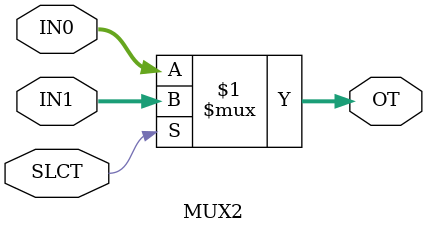
<source format=v>
module MUX2#(parameter SIZE = 4)(input SLCT,input[SIZE - 1:0] IN1, IN0, output[SIZE - 1:0] OT);
  
  assign OT = (SLCT)?IN1:IN0;  
endmodule
</source>
